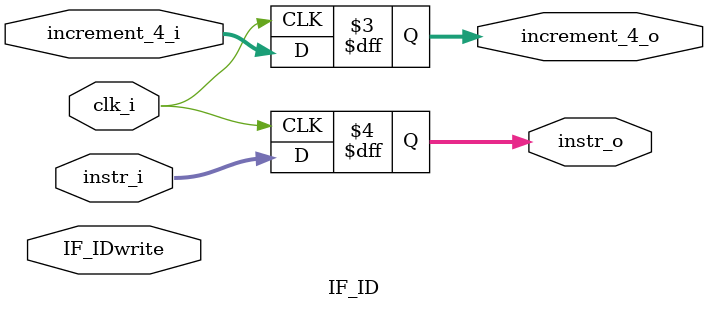
<source format=v>
module IF_ID(  clk_i, increment_4_i, instr_i, increment_4_o, instr_o, IF_IDwrite);

input          clk_i, IF_IDwrite;
input [32-1:0] increment_4_i;
input [32-1:0] instr_i;

output [32-1:0] increment_4_o;
output [32-1:0] instr_o;

reg [32-1:0] increment_4_o;
reg [32-1:0] instr_o;

always @(posedge clk_i ) begin
	increment_4_o <= increment_4_i;
	instr_o <= instr_i;

end

initial begin
    increment_4_o = 0;
	instr_o = 0;
end

endmodule
</source>
